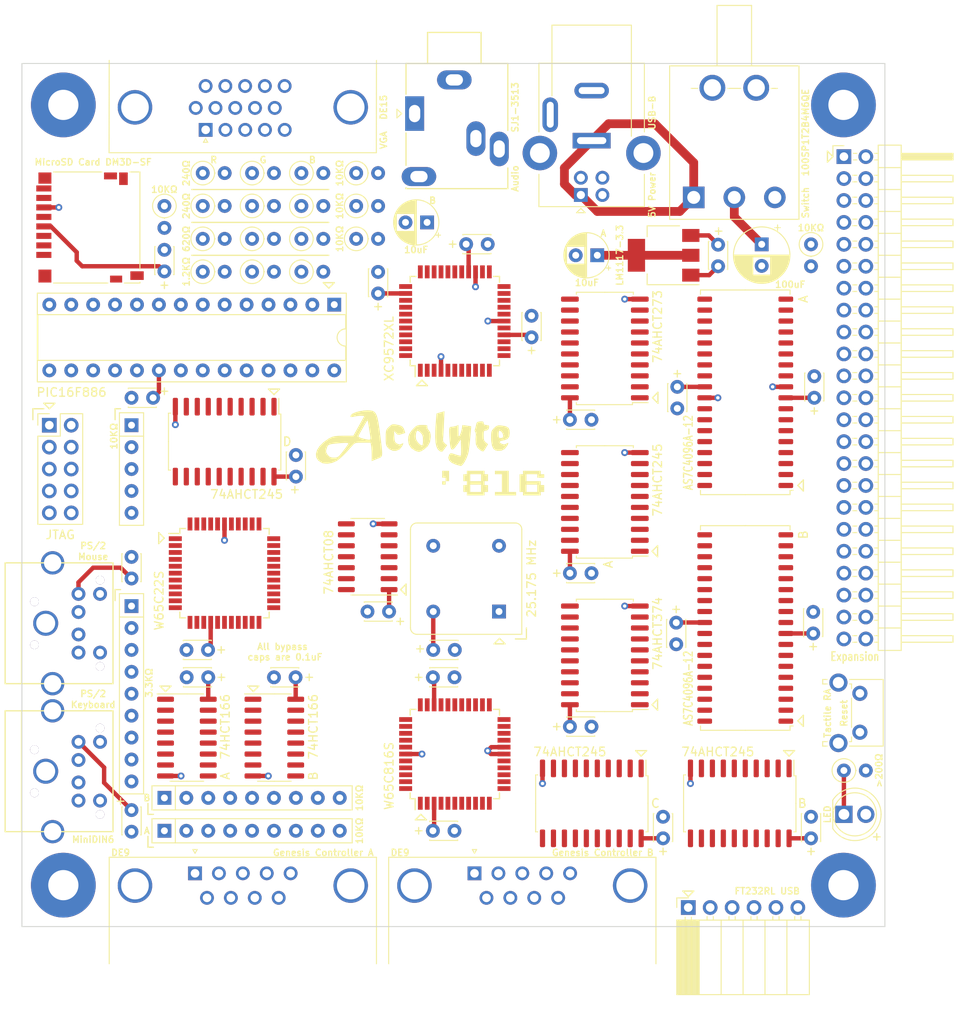
<source format=kicad_pcb>
(kicad_pcb (version 20221018) (generator pcbnew)
  (layers (0 "F.Cu" signal) (1 "In1.Cu" signal) (2 "In2.Cu" signal) (31 "B.Cu" signal) (34 "B.Paste" user) (35 "F.Paste" user) (36 "B.SilkS" user "B.Silkscreen") (37 "F.SilkS" user "F.Silkscreen") (38 "B.Mask" user) (39 "F.Mask" user) (44 "Edge.Cuts" user))
  (net 0 "")
  (net 1 "+5V")
  (net 2 "GND")
  (net 3 "+3.3V")
  (net 4 "AUDIO-SOURCE")
  (net 5 "LED")
  (net 6 "JOY-UP-A")
  (net 7 "JOY-DOWN-A")
  (net 8 "JOY-LEFT-A")
  (net 9 "JOY-RIGHT-A")
  (net 10 "JOY-BUTTON1-A")
  (net 11 "JOY-SELECT")
  (net 12 "JOY-BUTTON2-A")
  (net 13 "JTAG-TCK")
  (net 14 "JTAG-TDO")
  (net 15 "JTAG-TMS")
  (net 19 "JTAG-TDI")
  (net 20 "JOY-UP-B")
  (net 21 "JOY-DOWN-B")
  (net 22 "JOY-LEFT-B")
  (net 23 "JOY-RIGHT-B")
  (net 24 "JOY-BUTTON1-B")
  (net 25 "JOY-BUTTON2-B")
  (net 26 "RED")
  (net 27 "GREEN")
  (net 28 "BLUE")
  (net 33 "H-SYNC")
  (net 34 "V-SYNC")
  (net 36 "AUDIO-OUT")
  (net 37 "KEY-DATA")
  (net 40 "MOUSE-DATA")
  (net 46 "POWER")
  (net 51 "WHITE-PIX-A")
  (net 52 "TEXT-PIX-A")
  (net 53 "WHITE-PIX-B")
  (net 54 "TEXT-PIX-B")
  (net 55 "AUDIO-NEG")
  (net 56 "~{NMI}")
  (net 57 "PHI2-3V3")
  (net 58 "~{PHI2-3V3}")
  (net 59 "SPI-MOSI")
  (net 60 "RED-PIX-A")
  (net 61 "RED-PIX-B")
  (net 62 "GREEN-PIX-A")
  (net 63 "GREEN-PIX-B")
  (net 64 "BLUE-PIX-A")
  (net 65 "BLUE-PIX-B")
  (net 66 "SHIFT-DATA")
  (net 67 "~{IRQ}")
  (net 68 "KEY-CLOCK")
  (net 69 "MOUSE-CLOCK")
  (net 71 "~{RES}")
  (net 72 "~{BOOT}")
  (net 73 "/A0")
  (net 74 "/A1")
  (net 75 "/A2")
  (net 76 "/A3")
  (net 77 "/A4")
  (net 78 "/A5")
  (net 79 "/A6")
  (net 80 "/A7")
  (net 81 "/B3")
  (net 82 "/B4")
  (net 83 "/B5")
  (net 84 "/B6")
  (net 85 "/B7")
  (net 86 "VISIBLE")
  (net 87 "~{RW}")
  (net 88 "~{RD}")
  (net 89 "~{WR}")
  (net 90 "MCLK")
  (net 91 "/A17")
  (net 92 "/A16")
  (net 93 "/A14")
  (net 94 "/A12")
  (net 95 "/D0")
  (net 96 "/D1")
  (net 97 "/D2")
  (net 98 "/D3")
  (net 99 "/D4")
  (net 100 "/D5")
  (net 101 "/D6")
  (net 102 "/D7")
  (net 103 "/A10")
  (net 104 "/A11")
  (net 105 "/A9")
  (net 106 "/A8")
  (net 107 "/A13")
  (net 108 "/A18")
  (net 109 "/A15")
  (net 110 "/C0")
  (net 111 "/C1")
  (net 112 "/C2")
  (net 113 "/C3")
  (net 114 "/C4")
  (net 115 "/C5")
  (net 116 "/C6")
  (net 117 "/C7")
  (net 118 "/C8")
  (net 119 "/C9")
  (net 120 "/C10")
  (net 121 "/C11")
  (net 122 "/C12")
  (net 123 "/C13")
  (net 124 "/C14")
  (net 125 "/C15")
  (net 126 "/B2")
  (net 127 "/B1")
  (net 128 "/B0")
  (net 129 "PHI2")
  (net 130 "~{MCLR}")
  (net 131 "~{VIA}")
  (net 134 "SPI-MISO")
  (net 136 "RTS")
  (net 137 "~{VP}")
  (net 143 "~{RAM-A}")
  (net 146 "SPI-CS")
  (net 147 "SPI-CLK")
  (net 148 "RDY")
  (net 149 "VPA")
  (net 150 "VDA")
  (net 151 "SHIFT-CLOCK")
  (net 152 "/E5")
  (net 153 "DSR")
  (net 154 "RX{slash}DT")
  (net 155 "TX{slash}CK")
  (net 156 "~{RAM-B}")
  (net 159 "EMU")
  (net 161 "~{ZERO}")
  (net 163 "/E6")
  (net 164 "/E7")
  (net 165 "JOY-CLOCK")
  (net 166 "JOY-LATCH")
  (net 167 "JOY-DATA-A")
  (net 168 "JOY-DATA-B")
  (net 169 "/E0")
  (net 170 "/E1")
  (net 171 "/E2")
  (net 172 "/E3")
  (net 173 "/E4")
  (net 174 "VIA-3V3")
  (net 181 "~{VIA-3V3}")
  (footprint "Resistor_THT:R_Axial_DIN0207_L6.3mm_D2.5mm_P2.54mm_Vertical" (layer "F.Cu") (at 90.17 76.2)
    (fp_text reference "R18" hide)
    (fp_text value "R_US" hide)
  )
  (footprint "Resistor_THT:R_Axial_DIN0207_L6.3mm_D2.5mm_P2.54mm_Vertical" (layer "F.Cu") (at 90.17 87.63)
    (fp_text reference "R11" hide)
    (fp_text value "R_US" hide)
  )
  (footprint "Capacitor_THT:C_Disc_D3.0mm_W2.0mm_P2.50mm" (layer "F.Cu") (at 139.32 130.79 90)
    (fp_text reference "C28" hide)
    (fp_text value "C_Small" hide)
  )
  (footprint "Connector_Dsub:DSUB-9_Male_Horizontal_P2.77x2.84mm_EdgePinOffset7.70mm_Housed_MountingHolesOffset9.12mm" (layer "F.Cu") (at 115.945 157.33)
    (fp_text reference "J4" hide)
    (fp_text value "DE9_Plug" hide)
  )
  (footprint "LastAcolyte6:SOIC-20-Adj_7.5x12.8mm_P1.27mm" (layer "F.Cu") (at 131.05 114.3 180)
    (fp_text reference "U10" hide)
    (fp_text value "74AHCT245" hide)
  )
  (footprint "Package_SO:SOJ-36_10.16x23.49mm_P1.27mm" (layer "F.Cu") (at 147.32 101.6 180)
    (fp_text reference "U7" hide)
    (fp_text value "IS61C5128AL-10KLI" hide)
  )
  (footprint "Capacitor_THT:C_Disc_D3.0mm_W2.0mm_P2.50mm" (layer "F.Cu") (at 95.25 108.865 -90)
    (fp_text reference "C11" hide)
    (fp_text value "C_Small" hide)
  )
  (footprint "LastAcolyte6:SOIC-20-Adj_7.5x12.8mm_P1.27mm" (layer "F.Cu") (at 146.685 149.225 -90)
    (fp_text reference "U15" hide)
    (fp_text value "74AHCT245" hide)
  )
  (footprint "Capacitor_THT:C_Disc_D3.0mm_W2.0mm_P2.50mm" (layer "F.Cu") (at 82.59 134.62)
    (fp_text reference "C12" hide)
    (fp_text value "C_Small" hide)
  )
  (footprint "LastAcolyte6:ScrewHole-4-40" (layer "F.Cu") (at 158.7 68.3)
    (fp_text reference "TP2" hide)
    (fp_text value "TestPoint" hide)
  )
  (footprint "Capacitor_THT:CP_Radial_D5.0mm_P2.50mm" (layer "F.Cu") (at 110.45 81.915 180)
    (fp_text reference "C22" hide)
    (fp_text value "C_Polarized_Small_US" hide)
  )
  (footprint "Capacitor_THT:C_Disc_D3.0mm_W2.0mm_P2.50mm" (layer "F.Cu") (at 103.545 127)
    (fp_text reference "C14" hide)
    (fp_text value "C_Small" hide)
  )
  (footprint "Resistor_THT:R_Axial_DIN0207_L6.3mm_D2.5mm_P2.54mm_Vertical" (layer "F.Cu") (at 80.01 80.01 -90)
    (fp_text reference "R3" hide)
    (fp_text value "R_US" hide)
  )
  (footprint "LastAcolyte6:PS2_Din6" (layer "F.Cu") (at 67.806 145.5016 90)
    (fp_text reference "J7" hide)
    (fp_text value "Mini-DIN-6" hide)
  )
  (footprint "Resistor_THT:R_Axial_DIN0207_L6.3mm_D2.5mm_P2.54mm_Vertical" (layer "F.Cu") (at 95.885 87.63)
    (fp_text reference "R13" hide)
    (fp_text value "R_US" hide)
  )
  (footprint "Capacitor_THT:C_Disc_D3.0mm_W2.0mm_P2.50mm" (layer "F.Cu") (at 113.625 134.62 180)
    (fp_text reference "C20" hide)
    (fp_text value "C_Small" hide)
  )
  (footprint "Package_TO_SOT_SMD:SOT-223-3_TabPin2" (layer "F.Cu") (at 137.859887 85.725 180)
    (fp_text reference "U3" hide)
    (fp_text value "LM1117MP-3.3" hide)
  )
  (footprint "Capacitor_THT:CP_Radial_D5.0mm_P2.50mm" (layer "F.Cu") (at 130.175 85.725 180)
    (fp_text reference "C3" hide)
    (fp_text value "C_Polarized_Small_US" hide)
  )
  (footprint "Capacitor_THT:C_Disc_D3.0mm_W2.0mm_P2.50mm" (layer "F.Cu") (at 129.5 140.335 180)
    (fp_text reference "C18" hide)
    (fp_text value "C_Small" hide)
  )
  (footprint "LastAcolyte6:ScrewHole-4-40" (layer "F.Cu") (at 68.3 158.7)
    (fp_text reference "TP3" hide)
    (fp_text value "TestPoint" hide)
  )
  (footprint "Resistor_THT:R_Array_SIP9" (layer "F.Cu") (at 80.01 148.59)
    (fp_text reference "RN2" hide)
    (fp_text value "R_Network08_US" hide)
  )
  (footprint "Resistor_THT:R_Axial_DIN0207_L6.3mm_D2.5mm_P2.54mm_Vertical" (layer "F.Cu") (at 84.455 83.82)
    (fp_text reference "R8" hide)
    (fp_text value "R_US" hide)
  )
  (footprint "LastAcolyte6:BIGJack_3.5mm_Ledino_KB3SPRS_Horizontal" (layer "F.Cu") (at 109.0075 69.305 -90)
    (fp_text reference "J6" hide)
    (fp_text value "AudioJack3" hide)
  )
  (footprint "Capacitor_THT:C_Disc_D3.0mm_W2.0mm_P2.50mm" (layer "F.Cu") (at 122.555 92.73 -90)
    (fp_text reference "C21" hide)
    (fp_text value "C_Small" hide)
  )
  (footprint "Connector_PinHeader_2.54mm:PinHeader_2x23_P2.54mm_Horizontal" (layer "F.Cu") (at 158.75 74.295)
    (fp_text reference "J1" hide)
    (fp_text value "Conn_02x23_Odd_Even" hide)
  )
  (footprint "Resistor_THT:R_Axial_DIN0207_L6.3mm_D2.5mm_P2.54mm_Vertical" (layer "F.Cu") (at 84.455 87.63)
    (fp_text reference "R9" hide)
    (fp_text value "R_US" hide)
  )
  (footprint "Connector_PinSocket_2.54mm:PinSocket_1x06_P2.54mm_Horizontal" (layer "F.Cu") (at 140.716 161.29 90)
    (fp_text reference "J11" hide)
    (fp_text value "Conn_01x06" hide)
  )
  (footprint "Package_DIP:DIP-28_W7.62mm_Socket" (layer "F.Cu") (at 99.695 91.44 -90)
    (fp_text reference "U21" hide)
    (fp_text value "PIC16F886-IP" hide)
  )
  (footprint "Package_QFP:TQFP-44_10x10mm_P0.8mm" (layer "F.Cu") (at 113.665 93.345 90)
    (fp_text reference "U1" hide)
    (fp_text value "XC9572VQ44" hide)
  )
  (footprint "Capacitor_THT:C_Disc_D3.0mm_W2.0mm_P2.50mm" (layer "F.Cu") (at 117.475 84.435 180)
    (fp_text reference "C13" hide)
    (fp_text value "C_Small" hide)
  )
  (footprint "LastAcolyte6:CustomLED" (layer "F.Cu") (at 158.75 150.495)
    (fp_text reference "D1" hide)
    (fp_text value "LED" hide)
  )
  (footprint "Capacitor_THT:C_Disc_D3.0mm_W2.0mm_P2.50mm" (layer "F.Cu") (at 104.775 87.65 -90)
    (fp_text reference "C5" hide)
    (fp_text value "C_Small" hide)
  )
  (footprint "LastAcolyte6:SOIC-20-Adj_7.5x12.8mm_P1.27mm" (layer "F.Cu") (at 86.995 107.315 -90)
    (fp_text reference "U11" hide)
    (fp_text value "74AHCT245" hide)
  )
  (footprint "Resistor_THT:R_Array_SIP5" (layer "F.Cu") (at 76.2 105.41 -90)
    (fp_text reference "RN4" hide)
    (fp_text value "R_Network04_US" hide)
  )
  (footprint "Resistor_THT:R_Axial_DIN0207_L6.3mm_D2.5mm_P2.54mm_Vertical" (layer "F.Cu") (at 154.94 84.455 -90)
    (fp_text reference "R4" hide)
    (fp_text value "R_US" hide)
  )
  (footprint "Capacitor_THT:CP_Radial_D6.3mm_P2.50mm" (layer "F.Cu") (at 149.225 84.455 -90)
    (fp_text reference "C1" hide)
    (fp_text value "C_Polarized_US" hide)
  )
  (footprint "LastAcolyte6:Acolyte816" (layer "F.Cu") (at 118.761282 113.848107)
    (fp_text reference "G1001" hide)
    (fp_text value "LOGO" hide)
  )
  (footprint "Capacitor_THT:C_Disc_D3.0mm_W2.0mm_P2.50mm" (layer "F.Cu") (at 155.195 127.04 -90)
    (fp_text reference "C23" hide)
    (fp_text value "C_Small" hide)
  )
  (footprint "Resistor_THT:R_Axial_DIN0207_L6.3mm_D2.5mm_P2.54mm_Vertical" (layer "F.Cu") (at 95.885 76.2)
    (fp_text reference "R19" hide)
    (fp_text value "R_US" hide)
  )
  (footprint "Capacitor_THT:C_Disc_D3.0mm_W2.0mm_P2.50mm" (layer "F.Cu") (at 155.32 99.735 -90)
    (fp_text reference "C15" hide)
    (fp_text value "C_Small" hide)
  )
  (footprint "Capacitor_THT:C_Disc_D3.0mm_W2.0mm_P2.50mm" (layer "F.Cu") (at 129.5 122.555 180)
    (fp_text reference "C10" hide)
    (fp_text value "C_Small" hide)
  )
  (footprint "LastAcolyte6:PS2_Din6" (layer "F.Cu") (at 67.806 128.3566 90)
    (fp_text reference "J8" hide)
    (fp_text value "Mini-DIN-6" hide)
  )
  (footprint "Resistor_THT:R_Axial_DIN0207_L6.3mm_D2.5mm_P2.54mm_Vertical" (layer "F.Cu") (at 90.17 83.82)
    (fp_text reference "R10" hide)
    (fp_text value "R_US" hide)
  )
  (footprint "Resistor_THT:R_Axial_DIN0207_L6.3mm_D2.5mm_P2.54mm_Vertical" (layer "F.Cu") (at 95.885 83.82)
    (fp_text reference "R12" hide)
    (fp_text value "R_US" hide)
  )
  (footprint "Package_QFP:TQFP-44_10x10mm_P0.8mm" (layer "F.Cu") (at 86.975 122.555)
    (fp_text reference "U5" hide)
    (fp_text value "W65C22SxQ" hide)
  )
  (footprint "Package_SO:SOJ-36_10.16x23.49mm_P1.27mm" (layer "F.Cu") (at 147.32 128.905 180)
    (fp_text reference "U2" hide)
    (fp_text value "IS61C5128AL-10KLI" hide)
  )
  (footprint "Capacitor_THT:C_Disc_D3.0mm_W2.0mm_P2.50mm" (layer "F.Cu") (at 129.5 104.775 180)
    (fp_text reference "C6" hide)
    (fp_text value "C_Small" hide)
  )
  (footprint "Capacitor_THT:C_Disc_D3.0mm_W2.0mm_P2.50mm" (layer "F.Cu") (at 139.445 103.465 90)
    (fp_text reference "C16" hide)
    (fp_text value "C_Small" hide)
  )
  (footprint "Capacitor_THT:C_Disc_D3.0mm_W2.0mm_P2.50mm" (layer "F.Cu") (at 76.2 120.67 -90)
    (fp_text reference "C8" hide)
    (fp_text value "C_Small" hide)
  )
  (footprint "Package_SO:SOIC-14_3.9x8.7mm_P1.27mm" (layer "F.Cu") (at 103.57 120.65 180)
    (fp_text reference "U12" hide)
    (fp_text value "74AHCT08" hide)
  )
  (footprint "LastAcolyte6:ScrewHole-4-40" (layer "F.Cu") (at 158.7 158.7)
    (fp_text reference "TP4" hide)
    (fp_text value "TestPoint" hide)
  )
  (footprint "Oscillator:Oscillator_DIP-8" (layer "F.Cu") (at 118.785 127 90)
    (fp_text reference "X1" hide)
    (fp_text value "CXO_DIP8" hide)
  )
  (footprint "LastAcolyte6:DSUB-15-HD_Female_Horizontal_P2.29x2.54mm_VGA" (layer "F.Cu") (at 84.785 71.1924 180)
    (fp_text reference "J5" hide)
    (fp_text value "DE15_Receptacle_HighDensity" hide)
  )
  (footprint "Capacitor_THT:C_Disc_D3.0mm_W2.0mm_P2.50mm" (layer "F.Cu") (at 82.57 131.445)
    (fp_text reference "C24" hide)
    (fp_text value "C_Small" hide)
  )
  (footprint "LastAcolyte6:SOIC-20-Adj_7.5x12.8mm_P1.27mm" (layer "F.Cu") (at 131.05 132.08 180)
    (fp_text reference "U19" hide)
    (fp_text value "74AHCT374" hide)
  )
  (footprint "Resistor_THT:R_Axial_DIN0207_L6.3mm_D2.5mm_P2.54mm_Vertical" (layer "F.Cu") (at 95.885 80.01)
    (fp_text reference "R22" hide)
    (fp_text value "R_US" hide)
  )
  (footprint "LastAcolyte6:AcolyteTitle" (layer "F.Cu") (at 109.22 106.68)
    (fp_text reference "G1000" hide)
    (fp_text value "LOGO" hide)
  )
  (footprint "LastAcolyte6:ScrewHole-4-40" (layer "F.Cu") (at 68.3 68.3)
    (fp_text reference "TP1" hide)
    (fp_text value "TestPoint" hide)
  )
  (footprint "Resistor_THT:R_Axial_DIN0207_L6.3mm_D2.5mm_P2.54mm_Vertical" (layer "F.Cu") (at 84.455 80.01)
    (fp_text reference "R20" hide)
    (fp_text value "R_US" hide)
  )
  (footprint "Capacitor_THT:C_Disc_D3.0mm_W2.0mm_P2.50mm" (layer "F.Cu") (at 92.71 134.62)
    (fp_text reference "C27" hide)
    (fp_text value "C_Small" hide)
  )
  (footprint "Resistor_THT:R_Array_SIP9" (layer "F.Cu") (at 76.2 126.365 -90)
    (fp_text reference "RN3" hide)
    (fp_text value "R_Network08_US" hide)
  )
  (footprint "Resistor_THT:R_Axial_DIN0207_L6.3mm_D2.5mm_P2.54mm_Vertical" (layer "F.Cu") (at 102.235 76.2)
    (fp_text reference "R5" hide)
    (fp_text value "R_US" hide)
  )
  (footprint "LastAcolyte6:SOIC-20-Adj_7.5x12.8mm_P1.27mm" (layer "F.Cu") (at 129.54 149.225 -90)
    (fp_text reference "U16" hide)
    (fp_text value "74AHCT245" hide)
  )
  (footprint "Resistor_THT:R_Axial_DIN0207_L6.3mm_D2.5mm_P2.54mm_Vertical" (layer "F.Cu") (at 90.17 80.01)
    (fp_text reference "R21" hide)
    (fp_text value "R_US" hide)
  )
  (footprint "Capacitor_THT:C_Disc_D3.0mm_W2.0mm_P2.50mm" (layer "F.Cu") (at 113.665 131.445 180)
    (fp_text reference "C4" hide)
    (fp_text value "C_Small" hide)
  )
  (footprint "Capacitor_THT:C_Disc_D3.0mm_W2.0mm_P2.50mm" (layer "F.Cu") (at 80.01 85.09 -90)
    (fp_text reference "C9" hide)
    (fp_text value "C_Small" hide)
  )
  (footprint "LastAcolyte6:SPDT-100SP1T2B4M6QE" (layer "F.Cu") (at 146.05 79.019 180)
    (fp_text reference "SW2" hide)
    (fp_text value "SW_SPDT" hide)
  )
  (footprint "Capacitor_THT:C_Disc_D3.0mm_W2.0mm_P2.50mm" (layer "F.Cu") (at 144.169887 86.995 90)
    (fp_text reference "C2" hide)
    (fp_text value "C_Small" hide)
  )
  (footprint "LastAcolyte6:DualPowerSupply" (layer "F.Cu") (at 128.27 78.74 90)
    (fp_text reference "J10" hide)
    (fp_text value "DualPower_USB_B" hide)
  )
  (footprint "Resistor_THT:R_Axial_DIN0207_L6.3mm_D2.5mm_P2.54mm_Vertical" (layer "F.Cu") (at 158.75 145.415)
    (fp_text reference "R7" hide)
    (fp_text value "R_US" hide)
  )
  (footprint "Resistor_THT:R_Array_SIP9" (layer "F.Cu") (at 80.01 152.4)
    (fp_text reference "RN1" hide)
    (fp_text value "R_Network08_US" hide)
  )
  (footprint "Button_Switch_THT:SW_Tactile_SPST_Angled_PTS645Vx83-2LFS" (layer "F.Cu") (at 160.605 136.48 -90)
    (fp_text reference "SW1" hide)
    (fp_text value "SW_Push" hide)
  )
  (footprint "Capacitor_THT:C_Disc_D3.0mm_W2.0mm_P2.50mm" (layer "F.Cu") (at 76.2 102.235)
    (fp_text reference "C17" hide)
    (fp_text value "C_Small" hide)
  )
  (footprint "Capacitor_THT:C_Disc_D3.0mm_W2.0mm_P2.50mm" (layer "F.Cu") (at 154.94 150.775 -90)
    (fp_text reference "C25" hide)
    (fp_text value "C_Small" hide)
  )
  (footprint "Resistor_THT:R_Axial_DIN0207_L6.3mm_D2.5mm_P2.54mm_Vertical" (layer "F.Cu") (at 84.455 76.2)
    (fp_text reference "R15" hide)
    (fp_text value "R_US" hide)
  )
  (footprint "Resistor_THT:R_Axial_DIN0207_L6.3mm_D2.5mm_P2.54mm_Vertical" (layer "F.Cu") (at 102.235 83.82)
    (fp_text reference "R16" hide)
    (fp_text value "R_US" hide)
  )
  (footprint "Connector_Dsub:DSUB-9_Male_Horizontal_P2.77x2.84mm_EdgePinOffset7.70mm_Housed_MountingHolesOffset9.12mm" (layer "F.Cu") (at 83.56 157.33)
    (fp_text reference "J2" hide)
    (fp_text value "DE9_Plug" hide)
  )
  (footprint "Connector_PinHeader_2.54mm:PinHeader_2x05_P2.54mm_Vertical" (layer "F.Cu") (at 66.675 105.41)
    (fp_text reference "J3" hide)
    (fp_text value "Conn_02x05_Odd_Even" hide)
  )
  (footprint "Capacitor_THT:C_Disc_D3.0mm_W2.0mm_P2.50mm" (layer "F.Cu") (at 76.2 152.507 90)
    (fp_text reference "C7" hide)
    (fp_text value "C_Small" hide)
  )
  (footprint "Capacitor_THT:C_Disc_D3.0mm_W2.0mm_P2.50mm" (layer "F.Cu") (at 113.625 152.4 180)
    (fp_text reference "C19" hide)
    (fp_text value "C_Small" hide)
  )
  (footprint "Package_QFP:TQFP-44_10x10mm_P0.8mm" (layer "F.Cu") (at 113.665 143.51 90)
    (fp_text reference "U4" hide)
    (fp_text value "W65C816SxQ" hide)
  )
  (footprint "Package_SO:SOIC-16_3.9x9.9mm_P1.27mm" (layer "F.Cu") (at 92.75 141.605)
    (fp_text reference "U9" hide)
    (fp_text value "74HCT166" hide)
  )
  (footprint "Package_SO:SOIC-16_3.9x9.9mm_P1.27mm" (layer "F.Cu") (at 82.615 141.605)
    (fp_text reference "U8" hide)
    (fp_text value "74HCT166" hide)
  )
  (footprint "Capacitor_THT:C_Disc_D3.0mm_W2.0mm_P2.50mm" (layer "F.Cu") (at 137.795 150.775 -90)
    (fp_text reference "C26" hide)
    (fp_text value "C_Small" hide)
  )
  (footprint "Resistor_THT:R_Axial_DIN0207_L6.3mm_D2.5mm_P2.54mm_Vertical" (layer "F.Cu") (at 102.235 80.01)
    (fp_text reference "R14" hide)
    (fp_text value "R_US" hide)
  )
  (footprint "Connector_Card:microSD_HC_Hirose_DM3D-SF" (layer "F.Cu") (at 71.39 82.505 -90)
    (fp_text reference "J9" hide)
    (fp_text value "Micro_SD_Card" hide)
  )
  (footprint "LastAcolyte6:SOIC-20-Adj_7.5x12.8mm_P1.27mm" (layer "F.Cu") (at 131.05 96.52 180)
    (fp_text reference "U6" hide)
    (fp_text value "74AHCT273" hide)
  )
  (gr_line (start 108.015 123.825) (end 108.015 125.095) (stroke (width 0.15)) (layer "F.SilkS"))
  (gr_line (start 136.525 137.795) (end 137.16 137.16) (stroke (width 0.15)) (layer "F.SilkS"))
  (gr_line (start 140.716 160.02) (end 140.081 159.385) (stroke (width 0.15)) (layer "F.SilkS"))
  (gr_line (start 157.48 74.295) (end 156.845 74.93) (stroke (width 0.15)) (layer "F.SilkS"))
  (gr_line (start 66.04 103.505) (end 64.77 103.505) (stroke (width 0.15)) (layer "F.SilkS"))
  (gr_line (start 78.105 154.305) (end 78.105 153.035) (stroke (width 0.15)) (layer "F.SilkS"))
  (gr_line (start 137.16 137.16) (end 137.16 138.43) (stroke (width 0.15)) (layer "F.SilkS"))
  (gr_line (start 109.22 100.825) (end 109.855 100.19) (stroke (width 0.15)) (layer "F.SilkS"))
  (gr_line (start 79.99 118.491) (end 79.355 119.126) (stroke (width 0.15)) (layer "F.SilkS"))
  (gr_line (start 83.185 85.725) (end 99.06 85.725) (stroke (width 0.15)) (layer "F.SilkS"))
  (gr_line (start 78.105 150.495) (end 78.105 149.225) (stroke (width 0.15)) (layer "F.SilkS"))
  (gr_line (start 140.081 159.385) (end 141.351 159.385) (stroke (width 0.15)) (layer "F.SilkS"))
  (gr_line (start 141.351 159.385) (end 140.716 160.02) (stroke (width 0.15)) (layer "F.SilkS"))
  (gr_line (start 156.845 74.93) (end 156.845 73.66) (stroke (width 0.15)) (layer "F.SilkS"))
  (gr_line (start 137.2 102.87) (end 136.565 102.235) (stroke (width 0.15)) (layer "F.SilkS"))
  (gr_line (start 83.185 78.105) (end 99.06 78.105) (stroke (width 0.15)) (layer "F.SilkS"))
  (gr_line (start 79.355 117.856) (end 79.99 118.491) (stroke (width 0.15)) (layer "F.SilkS"))
  (gr_line (start 153.415 112.395) (end 154.05 111.76) (stroke (width 0.15)) (layer "F.SilkS"))
  (gr_line (start 90.947 135.636) (end 90.312 136.271) (stroke (width 0.15)) (layer "F.SilkS"))
  (gr_line (start 89.677 135.636) (end 90.947 135.636) (stroke (width 0.15)) (layer "F.SilkS"))
  (gr_line (start 79.505 135.636) (end 80.775 135.636) (stroke (width 0.15)) (layer "F.SilkS"))
  (gr_line (start 109.093 151.13) (end 109.728 150.495) (stroke (width 0.15)) (layer "F.SilkS"))
  (gr_line (start 156.845 73.66) (end 157.48 74.295) (stroke (width 0.15)) (layer "F.SilkS"))
  (gr_line (start 90.312 136.271) (end 89.677 135.636) (stroke (width 0.15)) (layer "F.SilkS"))
  (gr_line (start 67.31 102.87) (end 66.675 103.505) (stroke (width 0.15)) (layer "F.SilkS"))
  (gr_line (start 137.2 102.87) (end 137.2 101.6) (stroke (width 0.15)) (layer "F.SilkS"))
  (gr_line (start 74.93 124.46) (end 74.295 124.46) (stroke (width 0.15)) (layer "F.SilkS"))
  (gr_line (start 92.71 101.86) (end 92.075 101.225) (stroke (width 0.15)) (layer "F.SilkS"))
  (gr_line (start 154.05 140.295) (end 153.415 139.66) (stroke (width 0.15)) (layer "F.SilkS"))
  (gr_line (start 121.96 130.175) (end 121.96 128.905) (stroke (width 0.15)) (layer "F.SilkS"))
  (gr_line (start 120.69 130.175) (end 121.96 130.175) (stroke (width 0.15)) (layer "F.SilkS"))
  (gr_line (start 137.16 120.65) (end 136.525 120.015) (stroke (width 0.15)) (layer "F.SilkS"))
  (gr_line (start 110.363 151.13) (end 109.093 151.13) (stroke (width 0.15)) (layer "F.SilkS"))
  (gr_line (start 108.015 125.095) (end 107.38 124.46) (stroke (width 0.15)) (layer "F.SilkS"))
  (gr_line (start 134.62 143.115) (end 135.89 143.115) (stroke (width 0.15)) (layer "F.SilkS"))
  (gr_line (start 78.74 150.495) (end 78.105 150.495) (stroke (width 0.15)) (layer "F.SilkS"))
  (gr_line (start 110.49 100.825) (end 109.22 100.825) (stroke (width 0.15)) (layer "F.SilkS"))
  (gr_line (start 83.185 81.915) (end 99.06 81.915) (stroke (width 0.15)) (layer "F.SilkS"))
  (gr_line (start 154.05 113.03) (end 153.415 112.395) (stroke (width 0.15)) (layer "F.SilkS"))
  (gr_line (start 64.77 103.505) (end 64.77 104.775) (stroke (width 0.15)) (layer "F.SilkS"))
  (gr_line (start 136.565 102.235) (end 137.2 101.6) (stroke (width 0.15)) (layer "F.SilkS"))
  (gr_line (start 78.74 154.305) (end 78.105 154.305) (stroke (width 0.15)) (layer "F.SilkS"))
  (gr_line (start 118.2135 130.7465) (end 118.8485 130.1115) (stroke (width 0.15)) (layer "F.SilkS"))
  (gr_line (start 135.89 143.115) (end 135.255 143.75) (stroke (width 0.15)) (layer "F.SilkS"))
  (gr_line (start 99.06 89.535) (end 98.425 88.9) (stroke (width 0.15)) (layer "F.SilkS"))
  (gr_line (start 107.38 124.46) (end 108.015 123.825) (stroke (width 0.15)) (layer "F.SilkS"))
  (gr_line (start 119.4835 130.7465) (end 118.2135 130.7465) (stroke (width 0.15)) (layer "F.SilkS"))
  (gr_line (start 137.16 138.43) (end 136.525 137.795) (stroke (width 0.15)) (layer "F.SilkS"))
  (gr_line (start 92.075 101.225) (end 93.345 101.225) (stroke (width 0.15)) (layer "F.SilkS"))
  (gr_line (start 154.05 111.76) (end 154.05 113.03) (stroke (width 0.15)) (layer "F.SilkS"))
  (gr_line (start 153.415 139.66) (end 154.05 139.025) (stroke (width 0.15)) (layer "F.SilkS"))
  (gr_line (start 136.525 120.015) (end 137.16 119.38) (stroke (width 0.15)) (layer "F.SilkS"))
  (gr_line (start 66.04 102.87) (end 67.31 102.87) (stroke (width 0.15)) (layer "F.SilkS"))
  (gr_line (start 152.4 143.75) (end 151.765 143.115) (stroke (width 0.15)) (layer "F.SilkS"))
  (gr_line (start 74.295 124.46) (end 74.295 125.73) (stroke (width 0.15)) (layer "F.SilkS"))
  (gr_line (start 151.765 143.115) (end 153.035 143.115) (stroke (width 0.15)) (layer "F.SilkS"))
  (gr_line (start 99.695 88.9) (end 99.06 89.535) (stroke (width 0.15)) (layer "F.SilkS"))
  (gr_line (start 80.775 135.636) (end 80.14 136.271) (stroke (width 0.15)) (layer "F.SilkS"))
  (gr_line (start 135.255 143.75) (end 134.62 143.115) (stroke (width 0.15)) (layer "F.SilkS"))
  (gr_line (start 154.05 139.025) (end 154.05 140.295) (stroke (width 0.15)) (layer "F.SilkS"))
  (gr_line (start 66.675 103.505) (end 66.04 102.87) (stroke (width 0.15)) (layer "F.SilkS"))
  (gr_line (start 74.93 103.505) (end 74.295 103.505) (stroke (width 0.15)) (layer "F.SilkS"))
  (gr_line (start 93.345 101.225) (end 92.71 101.86) (stroke (width 0.15)) (layer "F.SilkS"))
  (gr_line (start 109.728 150.495) (end 110.363 151.13) (stroke (width 0.15)) (layer "F.SilkS"))
  (gr_line (start 137.16 119.38) (end 137.16 120.65) (stroke (width 0.15)) (layer "F.SilkS"))
  (gr_line (start 109.855 100.19) (end 110.49 100.825) (stroke (width 0.15)) (layer "F.SilkS"))
  (gr_line (start 80.14 136.271) (end 79.505 135.636) (stroke (width 0.15)) (layer "F.SilkS"))
  (gr_line (start 153.035 143.115) (end 152.4 143.75) (stroke (width 0.15)) (layer "F.SilkS"))
  (gr_line (start 98.425 88.9) (end 99.695 88.9) (stroke (width 0.15)) (layer "F.SilkS"))
  (gr_line (start 74.295 103.505) (end 74.295 104.775) (stroke (width 0.15)) (layer "F.SilkS"))
  (gr_line (start 79.355 119.126) (end 79.355 117.856) (stroke (width 0.15)) (layer "F.SilkS"))
  (gr_line (start 118.8485 130.1115) (end 119.4835 130.7465) (stroke (width 0.15)) (layer "F.SilkS"))
  (gr_line (start 163.5 163.5) (end 163.5 63.5) (stroke (width 0.1)) (layer "Edge.Cuts"))
  (gr_line (start 163.5 63.5) (end 63.5 63.5) (stroke (width 0.1)) (layer "Edge.Cuts"))
  (gr_line (start 63.5 163.5) (end 163.5 163.5) (stroke (width 0.1)) (layer "Edge.Cuts"))
  (gr_line (start 63.5 63.5) (end 63.5 163.5) (stroke (width 0.1)) (layer "Edge.Cuts"))
  (gr_text "+" (at 109.641 130.81 180) (layer "F.SilkS") (effects (font (size 1 1)) (justify bottom)))
  (gr_text "+" (at 104.775 91.166 180) (layer "F.SilkS") (effects (font (size 1 1)) (justify bottom)))
  (gr_text "+" (at 144.225 83.439) (layer "F.SilkS") (effects (font (size 1 1)) (justify bottom)))
  (gr_text "+" (at 113.411 83.927 180) (layer "F.SilkS") (effects (font (size 1 1)) (justify bottom)))
  (gr_text "+" (at 80.01 88.686 180) (layer "F.SilkS") (effects (font (size 1 1)) (justify bottom)))
  (gr_text "+" (at 155.193 130.556 180) (layer "F.SilkS") (effects (font (size 1 1)) (justify bottom)))
  (gr_text "+" (at 80.01 100.965 180) (layer "F.SilkS") (effects (font (size 1 1)) (justify bottom)))
  (gr_text "+" (at 139.445 98.933 180) (layer "F.SilkS") (effects (font (size 1 1)) (justify bottom)))
  (gr_text "+" (at 139.318 126.238 180) (layer "F.SilkS") (effects (font (size 1 1)) (justify bottom)))
  (gr_text "+" (at 154.432 154.799 -90) (layer "F.SilkS") (effects (font (size 1 1)) (justify bottom)))
  (gr_text "+" (at 74.93 148.463 180) (layer "F.SilkS") (effects (font (size 1 1)) (justify bottom)))
  (gr_text "+" (at 125.476 139.827 180) (layer "F.SilkS") (effects (font (size 1 1)) (justify bottom)))
  (gr_text "+" (at 125.476 122.047 180) (layer "F.SilkS") (effects (font (size 1 1)) (justify bottom)))
  (gr_text "+" (at 125.476 104.267 180) (layer "F.SilkS") (effects (font (size 1 1)) (justify bottom)))
  (gr_text "+" (at 106.83 128.143 -90) (layer "F.SilkS") (effects (font (size 1 1)) (justify bottom)))
  (gr_text "+" (at 109.474 134.112 180) (layer "F.SilkS") (effects (font (size 1 1)) (justify bottom)))
  (gr_text "+" (at 94.615 112.889 -90) (layer "F.SilkS") (effects (font (size 1 1)) (justify bottom)))
  (gr_text "+" (at 122.555 96.246 180) (layer "F.SilkS") (effects (font (size 1 1)) (justify bottom)))
  (gr_text "All bypass \ncaps are 0.1uF" (at 93.98 132.715) (layer "F.SilkS") (effects (font (size 0.75 0.75)) (justify bottom)))
  (gr_text "+" (at 87.102 131.445 90) (layer "F.SilkS") (effects (font (size 1 1)) (justify bottom)))
  (gr_text "+" (at 109.474 151.892 180) (layer "F.SilkS") (effects (font (size 1 1)) (justify bottom)))
  (gr_text "+" (at 137.287 154.799 -90) (layer "F.SilkS") (effects (font (size 1 1)) (justify bottom)))
  (gr_text "+" (at 96.281 134.62 -90) (layer "F.SilkS") (effects (font (size 1 1)) (justify bottom)))
  (gr_text "+" (at 86.106 134.62 -90) (layer "F.SilkS") (effects (font (size 1 1)) (justify bottom)))
  (gr_text "+" (at 155.32 103.251 180) (layer "F.SilkS") (effects (font (size 1 1)) (justify bottom)))
  (segment (start 111.265 134.72) (end 111.165 134.62) (width 0.508) (layer "F.Cu") (net 1))
  (segment (start 70.056 123.619) (end 71.755 121.92) (width 0.508) (layer "F.Cu") (net 1))
  (segment (start 142.62 128.27) (end 139.34 128.27) (width 0.508) (layer "F.Cu") (net 1))
  (segment (start 85.375 128.255) (end 85.375 131.14) (width 0.508) (layer "F.Cu") (net 1))
  (segment (start 154.94 153.275) (end 152.4 153.275) (width 0.508) (layer "F.Cu") (net 1))
  (segment (start 146.05 79.019) (end 146.05 81.28) (width 1.016) (layer "F.Cu") (net 1))
  (segment (start 111.265 152.3) (end 111.165 152.4) (width 0.508) (layer "F.Cu") (net 1))
  (segment (start 85.375 131.14) (end 85.07 131.445) (width 0.508) (layer "F.Cu") (net 1))
  (segment (start 143.099887 83.425) (end 144.169887 84.495) (width 0.508) (layer "F.Cu") (net 1))
  (segment (start 73.025 145.0706) (end 73.025 146.832) (width 0.508) (layer "F.Cu") (net 1))
  (segment (start 146.05 81.28) (end 149.225 84.455) (width 1.016) (layer "F.Cu") (net 1))
  (segment (start 127 122.555) (end 127 120.015) (width 0.508) (layer "F.Cu") (net 1))
  (segment (start 152.02 102.235) (end 155.32 102.235) (width 0.508) (layer "F.Cu") (net 1))
  (segment (start 152.02 129.54) (end 155.195 129.54) (width 0.508) (layer "F.Cu") (net 1))
  (segment (start 127 140.335) (end 127 137.795) (width 0.508) (layer "F.Cu") (net 1))
  (segment (start 95.225 137.16) (end 95.225 134.62) (width 0.508) (layer "F.Cu") (net 1))
  (segment (start 70.056 142.1016) (end 73.025 145.0706) (width 0.508) (layer "F.Cu") (net 1))
  (segment (start 111.265 137.81) (end 111.265 134.72) (width 0.508) (layer "F.Cu") (net 1))
  (segment (start 74.95 121.92) (end 76.2 123.17) (width 0.508) (layer "F.Cu") (net 1))
  (segment (start 106.045 127) (end 106.045 124.46) (width 0.508) (layer "F.Cu") (net 1))
  (segment (start 140.969887 83.425) (end 143.099887 83.425) (width 0.508) (layer "F.Cu") (net 1))
  (segment (start 85.09 137.16) (end 85.09 134.62) (width 0.508) (layer "F.Cu") (net 1))
  (segment (start 142.62 100.965) (end 139.445 100.965) (width 0.508) (layer "F.Cu") (net 1))
  (segment (start 111.265 149.21) (end 111.265 152.3) (width 0.508) (layer "F.Cu") (net 1))
  (segment (start 137.795 153.275) (end 135.255 153.275) (width 0.508) (layer "F.Cu") (net 1))
  (segment (start 111.165 127) (end 111.165 131.445) (width 0.508) (layer "F.Cu") (net 1))
  (segment (start 71.755 121.92) (end 74.95 121.92) (width 0.508) (layer "F.Cu") (net 1))
  (segment (start 73.025 146.832) (end 76.2 150.007) (width 0.508) (layer "F.Cu") (net 1))
  (segment (start 70.056 124.9566) (end 70.056 123.619) (width 0.508) (layer "F.Cu") (net 1))
  (segment (start 127 104.775) (end 127 102.235) (width 0.508) (layer "F.Cu") (net 1))
  (segment (start 92.71 111.365) (end 95.25 111.365) (width 0.508) (layer "F.Cu") (net 1))
  (segment (start 117.475 143.129) (end 117.894 142.71) (width 0.508) (layer "F.Cu") (net 2))
  (segment (start 152.02 100.965) (end 150.495 100.965) (width 0.508) (layer "F.Cu") (net 2))
  (segment (start 143.139887 88.025) (end 144.169887 86.995) (width 0.508) (layer "F.Cu") (net 2))
  (segment (start 140.969887 88.025) (end 143.139887 88.025) (width 0.508) (layer "F.Cu") (net 2))
  (segment (start 135.1 108.585) (end 133.35 108.585) (width 0.508) (layer "F.Cu") (net 2))
  (segment (start 142.62 102.235) (end 144.145 102.235) (width 0.508) (layer "F.Cu") (net 2))
  (segment (start 117.894 142.71) (end 119.365 142.71) (width 0.508) (layer "F.Cu") (net 2))
  (segment (start 86.975 116.855) (end 86.975 118.745) (width 0.508) (layer "F.Cu") (net 2))
  (segment (start 107.965 143.51) (end 109.855 143.51) (width 0.508) (layer "F.Cu") (net 2))
  (segment (start 67.775 80.18) (end 66.04 80.18) (width 0.508) (layer "F.Cu") (net 2))
  (segment (start 135.1 90.805) (end 133.35 90.805) (width 0.508) (layer "F.Cu") (net 2))
  (segment (start 90.145 146.05) (end 92.05 146.05) (width 0.508) (layer "F.Cu") (net 2))
  (segment (start 117.475 143.129) (end 117.856 143.51) (width 0.508) (layer "F.Cu") (net 2))
  (segment (start 123.825 145.175) (end 123.825 146.925) (width 0.508) (layer "F.Cu") (net 2))
  (segment (start 116.065 89.375) (end 116.065 87.645) (width 0.508) (layer "F.Cu") (net 2))
  (segment (start 106.045 116.84) (end 104.205 116.84) (width 0.508) (layer "F.Cu") (net 2))
  (segment (start 117.856 143.51) (end 119.365 143.51) (width 0.508) (layer "F.Cu") (net 2))
  (segment (start 117.495 93.345) (end 119.365 93.345) (width 0.508) (layer "F.Cu") (net 2))
  (segment (start 112.065 97.465) (end 112.065 99.045) (width 0.508) (layer "F.Cu") (net 2))
  (segment (start 81.935 146.05) (end 80.14 146.05) (width 0.508) (layer "F.Cu") (net 2))
  (segment (start 140.97 145.175) (end 140.97 146.925) (width 0.508) (layer "F.Cu") (net 2))
  (segment (start 81.28 103.4475) (end 81.28 105.3525) (width 0.508) (layer "F.Cu") (net 2))
  (segment (start 135.1 126.365) (end 133.35 126.365) (width 0.508) (layer "F.Cu") (net 2))
  (via (at 81.935 146.05) (size 0.8) (drill 0.4) (layers "F.Cu" "B.Cu") (net 2))
  (via (at 86.975 118.745) (size 0.8) (drill 0.4) (layers "F.Cu" "B.Cu") (net 2))
  (via (at 112.065 97.465) (size 0.8) (drill 0.4) (layers "F.Cu" "B.Cu") (net 2))
  (via (at 123.825 146.925) (size 0.8) (drill 0.4) (layers "F.Cu" "B.Cu") (net 2))
  (via (at 92.05 146.05) (size 0.8) (drill 0.4) (layers "F.Cu" "B.Cu") (net 2))
  (via (at 133.35 108.585) (size 0.8) (drill 0.4) (layers "F.Cu" "B.Cu") (net 2))
  (via (at 150.495 100.965) (size 0.8) (drill 0.4) (layers "F.Cu" "B.Cu") (net 2))
  (via (at 116.065 89.375) (size 0.8) (drill 0.4) (layers "F.Cu" "B.Cu") (net 2))
  (via (at 81.28 105.3525) (size 0.8) (drill 0.4) (layers "F.Cu" "B.Cu") (net 2))
  (via (at 109.855 143.51) (size 0.8) (drill 0.4) (layers "F.Cu" "B.Cu") (net 2))
  (via (at 140.97 146.925) (size 0.8) (drill 0.4) (layers "F.Cu" "B.Cu") (net 2))
  (via (at 67.775 80.18) (size 0.8) (drill 0.4) (layers "F.Cu" "B.Cu") (net 2))
  (via (at 117.475 143.129) (size 0.8) (drill 0.4) (layers "F.Cu" "B.Cu") (net 2))
  (via (at 104.205 116.84) (size 0.8) (drill 0.4) (layers "F.Cu" "B.Cu") (net 2))
  (via (at 133.35 126.365) (size 0.8) (drill 0.4) (layers "F.Cu" "B.Cu") (net 2))
  (via (at 133.35 90.805) (size 0.8) (drill 0.4) (layers "F.Cu" "B.Cu") (net 2))
  (via (at 117.495 93.345) (size 0.8) (drill 0.4) (layers "F.Cu" "B.Cu") (net 2))
  (via (at 144.145 102.235) (size 0.8) (drill 0.4) (layers "F.Cu" "B.Cu") (net 2))
  (segment (start 115.265 87.645) (end 115.265 84.725) (width 0.508) (layer "F.Cu") (net 3))
  (segment (start 79.97 87.67) (end 80.01 87.63) (width 0.508) (layer "F.Cu") (net 3))
  (segment (start 122.27 94.945) (end 122.555 95.23) (width 0.508) (layer "F.Cu") (net 3))
  (segment (start 79.375 101.56) (end 79.375 99.06) (width 0.508) (layer "F.Cu") (net 3))
  (segment (start 78.7 102.235) (end 79.375 101.56) (width 0.508) (layer "F.Cu") (net 3))
  (segment (start 107.965 90.145) (end 104.78 90.145) (width 0.508) (layer "F.Cu") (net 3))
  (segment (start 119.365 94.945) (end 122.27 94.945) (width 0.508) (layer "F.Cu") (net 3))
  (segment (start 104.78 90.145) (end 104.775 90.15) (width 0.508) (layer "F.Cu") (net 3))
  (segment (start 115.265 84.725) (end 114.975 84.435) (width 0.508) (layer "F.Cu") (net 3))
  (segment (start 66.04 82.38) (end 66.85579 82.38) (width 0.508) (layer "F.Cu") (net 3))
  (segment (start 69.85 86.36) (end 70.485 86.995) (width 0.508) (layer "F.Cu") (net 3))
  (segment (start 69.85 85.37421) (end 69.85 86.36) (width 0.508) (layer "F.Cu") (net 3))
  (segment (start 79.375 86.995) (end 80.01 87.63) (width 0.508) (layer "F.Cu") (net 3))
  (segment (start 70.485 86.995) (end 79.375 86.995) (width 0.508) (layer "F.Cu") (net 3))
  (segment (start 134.709887 85.725) (end 130.175 85.725) (width 1.016) (layer "F.Cu") (net 3))
  (segment (start 140.969887 85.725) (end 134.669887 85.725) (width 1.016) (layer "F.Cu") (net 3))
  (segment (start 66.85579 82.38) (end 69.85 85.37421) (width 0.508) (layer "F.Cu") (net 3))
  (segment (start 158.75 145.415) (end 158.75 150.495) (width 0.508) (layer "F.Cu") (net 5))
  (segment (start 129.52 72.44) (end 126.365 75.595) (width 1.016) (layer "F.Cu") (net 46))
  (segment (start 130.175 80.645) (end 139.725 80.645) (width 1.016) (layer "F.Cu") (net 46))
  (segment (start 126.365 75.595) (end 126.365 77.47) (width 1.016) (layer "F.Cu") (net 46))
  (segment (start 127.635 78.74) (end 128.27 78.74) (width 1.016) (layer "F.Cu") (net 46))
  (segment (start 129.52 72.44) (end 131.475 70.485) (width 1.016) (layer "F.Cu") (net 46))
  (segment (start 126.365 77.47) (end 127.635 78.74) (width 1.016) (layer "F.Cu") (net 46))
  (segment (start 141.351 74.9935) (end 141.351 79.019) (width 1.016) (layer "F.Cu") (net 46))
  (segment (start 136.8425 70.485) (end 141.351 74.9935) (width 1.016) (layer "F.Cu") (net 46))
  (segment (start 131.475 70.485) (end 136.8425 70.485) (width 1.016) (layer "F.Cu") (net 46))
  (segment (start 128.27 78.74) (end 130.175 80.645) (width 1.016) (layer "F.Cu") (net 46))
  (segment (start 139.725 80.645) (end 141.351 79.019) (width 1.016) (layer "F.Cu") (net 46))
)
</source>
